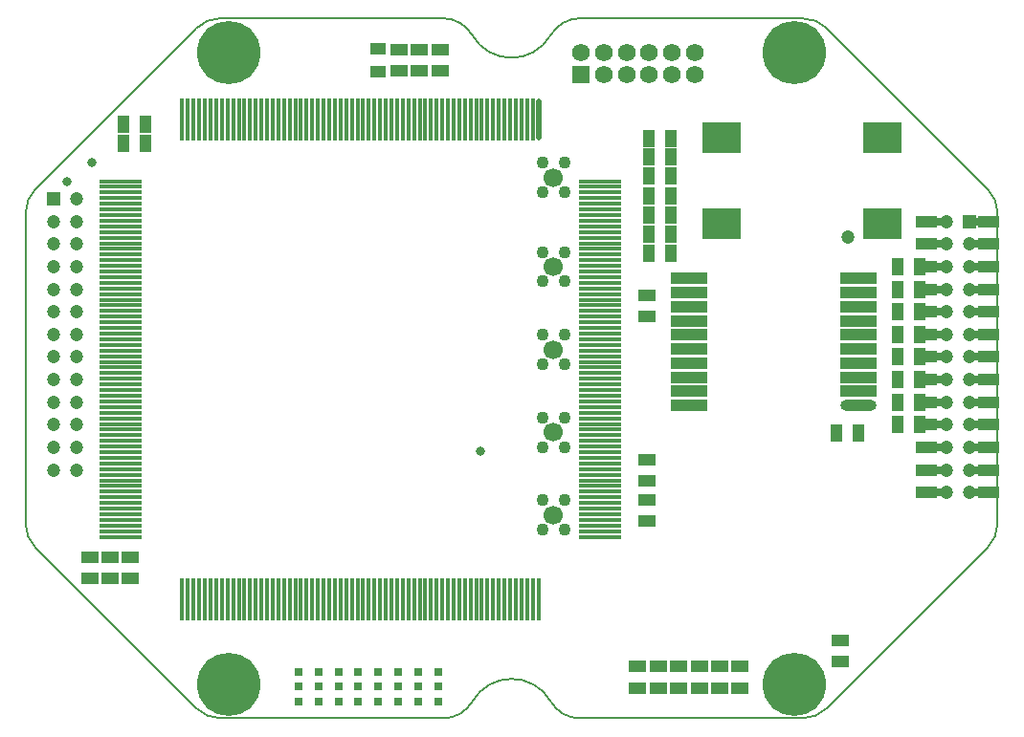
<source format=gts>
G04*
G04 #@! TF.GenerationSoftware,Altium Limited,Altium Designer,22.1.2 (22)*
G04*
G04 Layer_Color=8388736*
%FSAX42Y42*%
%MOMM*%
G71*
G04*
G04 #@! TF.SameCoordinates,034806BB-B1BB-4671-9D6B-E9DA0DB7271A*
G04*
G04*
G04 #@! TF.FilePolarity,Negative*
G04*
G01*
G75*
%ADD13C,0.20*%
%ADD18R,3.70X0.45*%
%ADD19R,0.45X3.70*%
%ADD20O,0.45X3.70*%
%ADD21R,1.83X1.02*%
%ADD22R,1.70X0.70*%
%ADD23R,1.50X1.00*%
%ADD24R,1.47X1.09*%
%ADD25R,1.00X1.50*%
%ADD26R,3.40X2.80*%
%ADD27R,3.20X1.00*%
%ADD28O,3.20X1.00*%
%ADD29R,0.80X0.70*%
%ADD30C,1.20*%
%ADD31R,1.20X1.20*%
%ADD32C,1.70*%
%ADD33C,1.10*%
%ADD34C,1.57*%
%ADD35R,1.57X1.57*%
%ADD36C,0.80*%
%ADD37C,5.60*%
D13*
X004036Y006060D02*
G03*
X004729Y006060I000346J000200D01*
G01*
Y000160D02*
G03*
X004036Y000160I-000346J-000200D01*
G01*
X008595Y001522D02*
G03*
X008683Y001734I-000212J000212D01*
G01*
Y004486D02*
G03*
X008595Y004698I-000300J-000000D01*
G01*
X007171Y006122D02*
G03*
X006959Y006210I-000212J-000212D01*
G01*
Y000010D02*
G03*
X007171Y000098I-000000J000300D01*
G01*
X004989Y006210D02*
G03*
X004729Y006060I000000J-000300D01*
G01*
Y000160D02*
G03*
X004989Y000010I000260J000150D01*
G01*
X004036Y006060D02*
G03*
X003777Y006210I-000260J-000150D01*
G01*
Y000010D02*
G03*
X004036Y000160I000000J000300D01*
G01*
X001807Y006210D02*
G03*
X001595Y006122I000000J-000300D01*
G01*
Y000098D02*
G03*
X001807Y000010I000212J000212D01*
G01*
X000083Y001734D02*
G03*
X000171Y001522I000300J000000D01*
G01*
Y004698D02*
G03*
X000083Y004486I000212J-000212D01*
G01*
X000171Y001522D02*
X001595Y000098D01*
X000171Y004698D02*
X001595Y006122D01*
X007171Y000098D02*
X008595Y001522D01*
X007171Y006122D02*
X008595Y004698D01*
X004989Y006210D02*
X006959D01*
X004989Y000010D02*
X006959D01*
X001807Y006210D02*
X003777D01*
X001807Y000010D02*
X003777D01*
X008683Y001734D02*
Y004486D01*
X000083Y001734D02*
Y004486D01*
D18*
X005170Y004767D02*
D03*
Y004717D02*
D03*
Y004667D02*
D03*
Y004617D02*
D03*
Y004567D02*
D03*
Y004517D02*
D03*
Y004467D02*
D03*
Y004417D02*
D03*
Y004367D02*
D03*
Y004317D02*
D03*
Y004267D02*
D03*
Y004217D02*
D03*
Y004167D02*
D03*
Y004117D02*
D03*
Y004067D02*
D03*
Y004017D02*
D03*
Y003967D02*
D03*
Y003917D02*
D03*
Y003867D02*
D03*
Y003817D02*
D03*
Y003767D02*
D03*
Y003717D02*
D03*
Y003667D02*
D03*
Y003617D02*
D03*
Y003567D02*
D03*
Y003517D02*
D03*
Y003467D02*
D03*
Y003417D02*
D03*
Y003367D02*
D03*
Y003317D02*
D03*
Y003267D02*
D03*
Y003217D02*
D03*
Y003167D02*
D03*
Y003117D02*
D03*
Y003067D02*
D03*
Y003017D02*
D03*
Y002967D02*
D03*
Y002917D02*
D03*
Y002867D02*
D03*
Y002817D02*
D03*
Y002767D02*
D03*
Y002717D02*
D03*
Y002667D02*
D03*
Y002617D02*
D03*
Y002567D02*
D03*
Y002517D02*
D03*
Y002467D02*
D03*
Y002417D02*
D03*
Y002367D02*
D03*
Y002317D02*
D03*
Y002267D02*
D03*
Y002217D02*
D03*
Y002167D02*
D03*
Y002117D02*
D03*
Y002067D02*
D03*
Y002017D02*
D03*
Y001967D02*
D03*
Y001917D02*
D03*
Y001867D02*
D03*
Y001817D02*
D03*
Y001767D02*
D03*
Y001717D02*
D03*
Y001667D02*
D03*
Y001617D02*
D03*
X000920D02*
D03*
Y001667D02*
D03*
Y001717D02*
D03*
Y001767D02*
D03*
Y001817D02*
D03*
Y001867D02*
D03*
Y001917D02*
D03*
Y001967D02*
D03*
Y002017D02*
D03*
Y002067D02*
D03*
Y002117D02*
D03*
Y002167D02*
D03*
Y002217D02*
D03*
Y002267D02*
D03*
Y002317D02*
D03*
Y002367D02*
D03*
Y002417D02*
D03*
Y002467D02*
D03*
Y002517D02*
D03*
Y002567D02*
D03*
Y002617D02*
D03*
Y002667D02*
D03*
Y002717D02*
D03*
Y002767D02*
D03*
Y002817D02*
D03*
Y002867D02*
D03*
Y002917D02*
D03*
Y002967D02*
D03*
Y003017D02*
D03*
Y003067D02*
D03*
Y003117D02*
D03*
Y003167D02*
D03*
Y003217D02*
D03*
Y003267D02*
D03*
Y003317D02*
D03*
Y003367D02*
D03*
Y003417D02*
D03*
Y003467D02*
D03*
Y003517D02*
D03*
Y003567D02*
D03*
Y003617D02*
D03*
Y003667D02*
D03*
Y003717D02*
D03*
Y003767D02*
D03*
Y003817D02*
D03*
Y003867D02*
D03*
Y003917D02*
D03*
Y003967D02*
D03*
Y004017D02*
D03*
Y004067D02*
D03*
Y004117D02*
D03*
Y004167D02*
D03*
Y004217D02*
D03*
Y004267D02*
D03*
Y004317D02*
D03*
Y004367D02*
D03*
Y004417D02*
D03*
Y004467D02*
D03*
Y004517D02*
D03*
Y004567D02*
D03*
Y004617D02*
D03*
Y004667D02*
D03*
Y004717D02*
D03*
Y004767D02*
D03*
D19*
X004620Y001067D02*
D03*
X004570D02*
D03*
X004520D02*
D03*
X004470D02*
D03*
X004420D02*
D03*
X004370D02*
D03*
X004320D02*
D03*
X004270D02*
D03*
X004220D02*
D03*
X004170D02*
D03*
X004120D02*
D03*
X004070D02*
D03*
X004020D02*
D03*
X003970D02*
D03*
X003920D02*
D03*
X003870D02*
D03*
X003820D02*
D03*
X003770D02*
D03*
X003720D02*
D03*
X003670D02*
D03*
X003620D02*
D03*
X003570D02*
D03*
X003520D02*
D03*
X003470D02*
D03*
X003420D02*
D03*
X003370D02*
D03*
X003320D02*
D03*
X003270D02*
D03*
X003220D02*
D03*
X003170D02*
D03*
X003120D02*
D03*
X003070D02*
D03*
X003020D02*
D03*
X002970D02*
D03*
X002920D02*
D03*
X002870D02*
D03*
X002820D02*
D03*
X002770D02*
D03*
X002720D02*
D03*
X002670D02*
D03*
X002620D02*
D03*
X002570D02*
D03*
X002520D02*
D03*
X002470D02*
D03*
X002420D02*
D03*
X002370D02*
D03*
X002320D02*
D03*
X002270D02*
D03*
X002220D02*
D03*
X002170D02*
D03*
X002120D02*
D03*
X002070D02*
D03*
X002020D02*
D03*
X001970D02*
D03*
X001920D02*
D03*
X001870D02*
D03*
X001820D02*
D03*
X001770D02*
D03*
X001720D02*
D03*
X001670D02*
D03*
X001620D02*
D03*
X001570D02*
D03*
X001520D02*
D03*
X001470D02*
D03*
Y005317D02*
D03*
X001520D02*
D03*
X001570D02*
D03*
X001620D02*
D03*
X001670D02*
D03*
X001720D02*
D03*
X001770D02*
D03*
X001820D02*
D03*
X001870D02*
D03*
X001920D02*
D03*
X001970D02*
D03*
X002020D02*
D03*
X002070D02*
D03*
X002120D02*
D03*
X002170D02*
D03*
X002220D02*
D03*
X002270D02*
D03*
X002320D02*
D03*
X002370D02*
D03*
X002420D02*
D03*
X002470D02*
D03*
X002520D02*
D03*
X002570D02*
D03*
X002620D02*
D03*
X002670D02*
D03*
X002720D02*
D03*
X002770D02*
D03*
X002820D02*
D03*
X002870D02*
D03*
X002920D02*
D03*
X002970D02*
D03*
X003020D02*
D03*
X003070D02*
D03*
X003120D02*
D03*
X003170D02*
D03*
X003220D02*
D03*
X003270D02*
D03*
X003320D02*
D03*
X003370D02*
D03*
X003420D02*
D03*
X003470D02*
D03*
X003520D02*
D03*
X003570D02*
D03*
X003620D02*
D03*
X003670D02*
D03*
X003720D02*
D03*
X003770D02*
D03*
X003820D02*
D03*
X003870D02*
D03*
X003920D02*
D03*
X003970D02*
D03*
X004020D02*
D03*
X004070D02*
D03*
X004120D02*
D03*
X004170D02*
D03*
X004220D02*
D03*
X004270D02*
D03*
X004320D02*
D03*
X004370D02*
D03*
X004420D02*
D03*
X004470D02*
D03*
X004520D02*
D03*
X004570D02*
D03*
D20*
X004620D02*
D03*
D21*
X008057Y002410D02*
D03*
Y002010D02*
D03*
Y002210D02*
D03*
X008607Y002410D02*
D03*
Y002010D02*
D03*
Y002210D02*
D03*
X008057Y003010D02*
D03*
Y002610D02*
D03*
Y002810D02*
D03*
Y003210D02*
D03*
Y004010D02*
D03*
Y003610D02*
D03*
Y003410D02*
D03*
Y003810D02*
D03*
Y004410D02*
D03*
Y004210D02*
D03*
X008607D02*
D03*
Y003610D02*
D03*
Y003410D02*
D03*
Y003810D02*
D03*
Y004010D02*
D03*
Y003210D02*
D03*
Y003010D02*
D03*
Y002610D02*
D03*
Y002810D02*
D03*
Y004410D02*
D03*
D22*
X008167Y002410D02*
D03*
Y002210D02*
D03*
X008497Y002410D02*
D03*
Y002210D02*
D03*
Y002010D02*
D03*
X008167D02*
D03*
X008168Y004410D02*
D03*
Y004210D02*
D03*
Y004010D02*
D03*
Y003810D02*
D03*
Y003610D02*
D03*
Y003410D02*
D03*
Y003210D02*
D03*
Y003010D02*
D03*
Y002810D02*
D03*
X008497Y004410D02*
D03*
Y004210D02*
D03*
Y004010D02*
D03*
Y003810D02*
D03*
Y003610D02*
D03*
Y003410D02*
D03*
Y003210D02*
D03*
Y003010D02*
D03*
Y002810D02*
D03*
Y002610D02*
D03*
X008168D02*
D03*
D23*
X000650Y001250D02*
D03*
Y001440D02*
D03*
X000830Y001251D02*
D03*
Y001440D02*
D03*
X001010Y001251D02*
D03*
Y001440D02*
D03*
X003385Y005935D02*
D03*
Y005746D02*
D03*
X003751D02*
D03*
Y005935D02*
D03*
X003568Y005746D02*
D03*
Y005935D02*
D03*
X005580Y001945D02*
D03*
Y001755D02*
D03*
Y002110D02*
D03*
Y002300D02*
D03*
Y003760D02*
D03*
Y003570D02*
D03*
X007290Y000510D02*
D03*
Y000700D02*
D03*
X005500Y000470D02*
D03*
Y000280D02*
D03*
X005681Y000470D02*
D03*
Y000280D02*
D03*
X006044Y000470D02*
D03*
Y000280D02*
D03*
X006225Y000470D02*
D03*
Y000280D02*
D03*
X006406D02*
D03*
Y000470D02*
D03*
X005862D02*
D03*
Y000280D02*
D03*
D24*
X003200Y005737D02*
D03*
Y005940D02*
D03*
D25*
X007800Y003610D02*
D03*
X007990D02*
D03*
X007450Y002540D02*
D03*
X007260D02*
D03*
X007800Y003410D02*
D03*
X007990D02*
D03*
X007800Y002610D02*
D03*
X007990D02*
D03*
X007990Y003810D02*
D03*
X007800D02*
D03*
X007990Y004010D02*
D03*
X007800D02*
D03*
X007800Y002810D02*
D03*
X007990D02*
D03*
X007800Y003210D02*
D03*
X007990D02*
D03*
Y003010D02*
D03*
X007800D02*
D03*
X005600Y005147D02*
D03*
X005790D02*
D03*
X005599Y004980D02*
D03*
X005790D02*
D03*
X000950Y005100D02*
D03*
X001140D02*
D03*
X000950Y005275D02*
D03*
X001140D02*
D03*
X005790Y004300D02*
D03*
X005600D02*
D03*
X005790Y004470D02*
D03*
X005600D02*
D03*
X005790Y004131D02*
D03*
X005600D02*
D03*
Y004810D02*
D03*
X005790D02*
D03*
Y004640D02*
D03*
X005600D02*
D03*
D26*
X006240Y005150D02*
D03*
Y004388D02*
D03*
X007660Y005152D02*
D03*
Y004390D02*
D03*
D27*
X005950Y003655D02*
D03*
X007450Y003405D02*
D03*
X005950Y003280D02*
D03*
Y002780D02*
D03*
Y003155D02*
D03*
Y002905D02*
D03*
Y003030D02*
D03*
Y003405D02*
D03*
X007450Y002905D02*
D03*
Y003030D02*
D03*
Y003155D02*
D03*
Y003280D02*
D03*
Y003530D02*
D03*
Y003655D02*
D03*
Y003780D02*
D03*
X005950Y003530D02*
D03*
Y003780D02*
D03*
Y003905D02*
D03*
X007450D02*
D03*
D28*
Y002780D02*
D03*
D29*
X003732Y000160D02*
D03*
Y000420D02*
D03*
Y000290D02*
D03*
X003556Y000160D02*
D03*
Y000420D02*
D03*
Y000290D02*
D03*
X003380Y000160D02*
D03*
Y000420D02*
D03*
Y000290D02*
D03*
X003204Y000160D02*
D03*
Y000420D02*
D03*
Y000290D02*
D03*
X003028Y000160D02*
D03*
Y000420D02*
D03*
Y000290D02*
D03*
X002852Y000160D02*
D03*
Y000420D02*
D03*
Y000290D02*
D03*
X002676D02*
D03*
Y000420D02*
D03*
Y000160D02*
D03*
X002500D02*
D03*
Y000420D02*
D03*
Y000290D02*
D03*
D30*
X000532Y003610D02*
D03*
X000332D02*
D03*
X000532Y003810D02*
D03*
X000332D02*
D03*
X000532Y004010D02*
D03*
X000332D02*
D03*
X000532Y004210D02*
D03*
X000332D02*
D03*
X000532Y004410D02*
D03*
X000332D02*
D03*
X000532Y004610D02*
D03*
X000332Y003410D02*
D03*
X000532D02*
D03*
X000332Y003210D02*
D03*
X000532D02*
D03*
X000332Y003010D02*
D03*
X000532D02*
D03*
Y002810D02*
D03*
X000332D02*
D03*
X000332Y002610D02*
D03*
X000532D02*
D03*
X000332Y002410D02*
D03*
X000532D02*
D03*
Y002210D02*
D03*
X000332D02*
D03*
X008432Y002010D02*
D03*
X008232D02*
D03*
Y002210D02*
D03*
X008432D02*
D03*
X008232Y002410D02*
D03*
X008432D02*
D03*
X008432Y002610D02*
D03*
X008232D02*
D03*
Y002810D02*
D03*
X008432D02*
D03*
X008232Y003010D02*
D03*
X008432D02*
D03*
X008232Y003210D02*
D03*
X008432D02*
D03*
X008232Y004410D02*
D03*
X008432Y004210D02*
D03*
X008232D02*
D03*
X008432Y004010D02*
D03*
X008232D02*
D03*
X008432Y003810D02*
D03*
X008232D02*
D03*
X008432Y003610D02*
D03*
X008232D02*
D03*
X008432Y003410D02*
D03*
X008232D02*
D03*
X007360Y004270D02*
D03*
D31*
X000332Y004610D02*
D03*
X008432Y004410D02*
D03*
D32*
X004755Y001810D02*
D03*
Y002543D02*
D03*
Y003277D02*
D03*
Y004010D02*
D03*
Y004800D02*
D03*
D33*
X004655Y001940D02*
D03*
X004855D02*
D03*
Y001680D02*
D03*
X004655D02*
D03*
Y002413D02*
D03*
X004855D02*
D03*
Y002673D02*
D03*
X004655D02*
D03*
Y003407D02*
D03*
X004855D02*
D03*
Y003147D02*
D03*
X004655D02*
D03*
Y003880D02*
D03*
X004855D02*
D03*
Y004140D02*
D03*
X004655D02*
D03*
Y004670D02*
D03*
X004855D02*
D03*
Y004930D02*
D03*
X004655D02*
D03*
D34*
X005800Y005910D02*
D03*
Y005710D02*
D03*
X005600Y005910D02*
D03*
Y005710D02*
D03*
X005400Y005910D02*
D03*
Y005710D02*
D03*
X005200Y005910D02*
D03*
Y005710D02*
D03*
X005000Y005910D02*
D03*
X006000D02*
D03*
Y005710D02*
D03*
D35*
X005000D02*
D03*
D36*
X004110Y002380D02*
D03*
X000670Y004930D02*
D03*
X000450Y004760D02*
D03*
D37*
X001882Y005910D02*
D03*
Y000310D02*
D03*
X006882D02*
D03*
Y005910D02*
D03*
M02*

</source>
